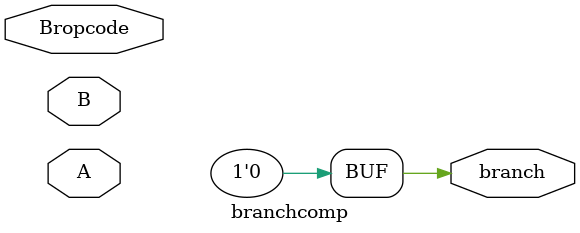
<source format=v>
module branchcomp (
    input [6:0] Bropcode,
    input [31:0] A,B,
    output branch
);
    parameter beq = 3'b000 ;
    parameter bne = 3'b001 ;
    parameter blt = 3'b100 ;
    parameter bge = 3'b101 ;
    parameter bltu = 3'b110 ;
    parameter bgeu = 3'b111 ;

    always @(*) begin
        case (branch)
            beq:    branch = (A==B) ;
            bne:    branch = (A!=B);
            blt:    branch = A < B ? 1 : 0;
            bge:    branch = A > B ? 1 : 0;
            bltu:   branch = ($signed (A) < $signed (B) );
            bgeu:   branch = ($signed(A) > $signed(B));
            default: branch = 0;
        endcase
    end
    
endmodule

</source>
